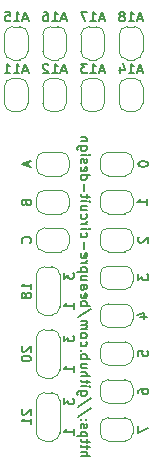
<source format=gbo>
%TF.GenerationSoftware,KiCad,Pcbnew,(6.0.1)*%
%TF.CreationDate,2022-02-10T14:07:36-05:00*%
%TF.ProjectId,23XX-Adapter,32335858-2d41-4646-9170-7465722e6b69,1*%
%TF.SameCoordinates,Original*%
%TF.FileFunction,Legend,Bot*%
%TF.FilePolarity,Positive*%
%FSLAX46Y46*%
G04 Gerber Fmt 4.6, Leading zero omitted, Abs format (unit mm)*
G04 Created by KiCad (PCBNEW (6.0.1)) date 2022-02-10 14:07:36*
%MOMM*%
%LPD*%
G01*
G04 APERTURE LIST*
G04 Aperture macros list*
%AMOutline5P*
0 Free polygon, 5 corners , with rotation*
0 The origin of the aperture is its center*
0 number of corners: always 5*
0 $1 to $10 corner X, Y*
0 $11 Rotation angle, in degrees counterclockwise*
0 create outline with 5 corners*
4,1,5,$1,$2,$3,$4,$5,$6,$7,$8,$9,$10,$1,$2,$11*%
%AMOutline6P*
0 Free polygon, 6 corners , with rotation*
0 The origin of the aperture is its center*
0 number of corners: always 6*
0 $1 to $12 corner X, Y*
0 $13 Rotation angle, in degrees counterclockwise*
0 create outline with 6 corners*
4,1,6,$1,$2,$3,$4,$5,$6,$7,$8,$9,$10,$11,$12,$1,$2,$13*%
%AMOutline7P*
0 Free polygon, 7 corners , with rotation*
0 The origin of the aperture is its center*
0 number of corners: always 7*
0 $1 to $14 corner X, Y*
0 $15 Rotation angle, in degrees counterclockwise*
0 create outline with 7 corners*
4,1,7,$1,$2,$3,$4,$5,$6,$7,$8,$9,$10,$11,$12,$13,$14,$1,$2,$15*%
%AMOutline8P*
0 Free polygon, 8 corners , with rotation*
0 The origin of the aperture is its center*
0 number of corners: always 8*
0 $1 to $16 corner X, Y*
0 $17 Rotation angle, in degrees counterclockwise*
0 create outline with 8 corners*
4,1,8,$1,$2,$3,$4,$5,$6,$7,$8,$9,$10,$11,$12,$13,$14,$15,$16,$1,$2,$17*%
%AMFreePoly0*
4,1,22,0.500000,-0.750000,0.000000,-0.750000,0.000000,-0.745033,-0.079941,-0.743568,-0.215256,-0.701293,-0.333266,-0.622738,-0.424486,-0.514219,-0.481581,-0.384460,-0.499164,-0.250000,-0.500000,-0.250000,-0.500000,0.250000,-0.499164,0.250000,-0.499963,0.256109,-0.478152,0.396186,-0.417904,0.524511,-0.324060,0.630769,-0.204165,0.706417,-0.067858,0.745374,0.000000,0.744959,0.000000,0.750000,
0.500000,0.750000,0.500000,-0.750000,0.500000,-0.750000,$1*%
%AMFreePoly1*
4,1,20,0.000000,0.744959,0.073905,0.744508,0.209726,0.703889,0.328688,0.626782,0.421226,0.519385,0.479903,0.390333,0.500000,0.250000,0.500000,-0.250000,0.499851,-0.262216,0.476331,-0.402017,0.414519,-0.529596,0.319384,-0.634700,0.198574,-0.708877,0.061801,-0.746166,0.000000,-0.745033,0.000000,-0.750000,-0.500000,-0.750000,-0.500000,0.750000,0.000000,0.750000,0.000000,0.744959,
0.000000,0.744959,$1*%
%AMFreePoly2*
4,1,22,0.550000,-0.750000,0.000000,-0.750000,0.000000,-0.745033,-0.079941,-0.743568,-0.215256,-0.701293,-0.333266,-0.622738,-0.424486,-0.514219,-0.481581,-0.384460,-0.499164,-0.250000,-0.500000,-0.250000,-0.500000,0.250000,-0.499164,0.250000,-0.499963,0.256109,-0.478152,0.396186,-0.417904,0.524511,-0.324060,0.630769,-0.204165,0.706417,-0.067858,0.745374,0.000000,0.744959,0.000000,0.750000,
0.550000,0.750000,0.550000,-0.750000,0.550000,-0.750000,$1*%
%AMFreePoly3*
4,1,20,0.000000,0.744959,0.073905,0.744508,0.209726,0.703889,0.328688,0.626782,0.421226,0.519385,0.479903,0.390333,0.500000,0.250000,0.500000,-0.250000,0.499851,-0.262216,0.476331,-0.402017,0.414519,-0.529596,0.319384,-0.634700,0.198574,-0.708877,0.061801,-0.746166,0.000000,-0.745033,0.000000,-0.750000,-0.550000,-0.750000,-0.550000,0.750000,0.000000,0.750000,0.000000,0.744959,
0.000000,0.744959,$1*%
G04 Aperture macros list end*
%ADD10C,0.152400*%
%ADD11C,0.120000*%
%ADD12R,1.600000X1.600000*%
%ADD13C,1.600000*%
%ADD14Outline8P,-0.800000X0.480000X-0.480000X0.800000X0.480000X0.800000X0.800000X0.480000X0.800000X-0.480000X0.480000X-0.800000X-0.480000X-0.800000X-0.800000X-0.480000X0.000000*%
%ADD15O,1.600000X1.600000*%
%ADD16FreePoly0,180.000000*%
%ADD17FreePoly1,180.000000*%
%ADD18FreePoly2,90.000000*%
%ADD19R,1.500000X1.000000*%
%ADD20FreePoly3,90.000000*%
%ADD21FreePoly0,270.000000*%
%ADD22FreePoly1,270.000000*%
%ADD23FreePoly0,90.000000*%
%ADD24FreePoly1,90.000000*%
G04 APERTURE END LIST*
D10*
X153154895Y-110739067D02*
X153154895Y-111280934D01*
X153967695Y-110932591D01*
X143641942Y-91833200D02*
X143680647Y-91949314D01*
X143719352Y-91988019D01*
X143796761Y-92026723D01*
X143912876Y-92026723D01*
X143990285Y-91988019D01*
X144028990Y-91949314D01*
X144067695Y-91871904D01*
X144067695Y-91562266D01*
X143254895Y-91562266D01*
X143254895Y-91833200D01*
X143293600Y-91910609D01*
X143332304Y-91949314D01*
X143409714Y-91988019D01*
X143487123Y-91988019D01*
X143564533Y-91949314D01*
X143603238Y-91910609D01*
X143641942Y-91833200D01*
X143641942Y-91562266D01*
X143767619Y-80635466D02*
X143380571Y-80635466D01*
X143845028Y-80867695D02*
X143574095Y-80054895D01*
X143303161Y-80867695D01*
X142606476Y-80867695D02*
X143070933Y-80867695D01*
X142838704Y-80867695D02*
X142838704Y-80054895D01*
X142916114Y-80171009D01*
X142993523Y-80248419D01*
X143070933Y-80287123D01*
X141832380Y-80867695D02*
X142296838Y-80867695D01*
X142064609Y-80867695D02*
X142064609Y-80054895D01*
X142142019Y-80171009D01*
X142219428Y-80248419D01*
X142296838Y-80287123D01*
X153154895Y-104783524D02*
X153154895Y-104396477D01*
X153541942Y-104357772D01*
X153503238Y-104396477D01*
X153464533Y-104473886D01*
X153464533Y-104667410D01*
X153503238Y-104744820D01*
X153541942Y-104783524D01*
X153619352Y-104822229D01*
X153812876Y-104822229D01*
X153890285Y-104783524D01*
X153928990Y-104744820D01*
X153967695Y-104667410D01*
X153967695Y-104473886D01*
X153928990Y-104396477D01*
X153890285Y-104357772D01*
X153867695Y-91982229D02*
X153867695Y-91517772D01*
X153867695Y-91750001D02*
X153054895Y-91750001D01*
X153171009Y-91672591D01*
X153248419Y-91595181D01*
X153287123Y-91517772D01*
X153232304Y-94727772D02*
X153193600Y-94766477D01*
X153154895Y-94843886D01*
X153154895Y-95037410D01*
X153193600Y-95114820D01*
X153232304Y-95153524D01*
X153309714Y-95192229D01*
X153387123Y-95192229D01*
X153503238Y-95153524D01*
X153967695Y-94689067D01*
X153967695Y-95192229D01*
X148249804Y-113263609D02*
X149062604Y-113263609D01*
X148249804Y-112915266D02*
X148675557Y-112915266D01*
X148752966Y-112953971D01*
X148791671Y-113031380D01*
X148791671Y-113147495D01*
X148752966Y-113224904D01*
X148714261Y-113263609D01*
X148791671Y-112644333D02*
X148791671Y-112334695D01*
X149062604Y-112528219D02*
X148365919Y-112528219D01*
X148288509Y-112489514D01*
X148249804Y-112412104D01*
X148249804Y-112334695D01*
X148791671Y-112179876D02*
X148791671Y-111870238D01*
X149062604Y-112063761D02*
X148365919Y-112063761D01*
X148288509Y-112025057D01*
X148249804Y-111947647D01*
X148249804Y-111870238D01*
X148791671Y-111599304D02*
X147978871Y-111599304D01*
X148752966Y-111599304D02*
X148791671Y-111521895D01*
X148791671Y-111367076D01*
X148752966Y-111289666D01*
X148714261Y-111250961D01*
X148636852Y-111212257D01*
X148404623Y-111212257D01*
X148327214Y-111250961D01*
X148288509Y-111289666D01*
X148249804Y-111367076D01*
X148249804Y-111521895D01*
X148288509Y-111599304D01*
X148288509Y-110902619D02*
X148249804Y-110825209D01*
X148249804Y-110670390D01*
X148288509Y-110592980D01*
X148365919Y-110554276D01*
X148404623Y-110554276D01*
X148482033Y-110592980D01*
X148520738Y-110670390D01*
X148520738Y-110786504D01*
X148559442Y-110863914D01*
X148636852Y-110902619D01*
X148675557Y-110902619D01*
X148752966Y-110863914D01*
X148791671Y-110786504D01*
X148791671Y-110670390D01*
X148752966Y-110592980D01*
X148327214Y-110205933D02*
X148288509Y-110167228D01*
X148249804Y-110205933D01*
X148288509Y-110244638D01*
X148327214Y-110205933D01*
X148249804Y-110205933D01*
X148752966Y-110205933D02*
X148714261Y-110167228D01*
X148675557Y-110205933D01*
X148714261Y-110244638D01*
X148752966Y-110205933D01*
X148675557Y-110205933D01*
X149101309Y-109238314D02*
X148056280Y-109935000D01*
X149101309Y-108386809D02*
X148056280Y-109083495D01*
X148791671Y-107767533D02*
X148133690Y-107767533D01*
X148056280Y-107806238D01*
X148017576Y-107844942D01*
X147978871Y-107922352D01*
X147978871Y-108038466D01*
X148017576Y-108115876D01*
X148288509Y-107767533D02*
X148249804Y-107844942D01*
X148249804Y-107999761D01*
X148288509Y-108077171D01*
X148327214Y-108115876D01*
X148404623Y-108154580D01*
X148636852Y-108154580D01*
X148714261Y-108115876D01*
X148752966Y-108077171D01*
X148791671Y-107999761D01*
X148791671Y-107844942D01*
X148752966Y-107767533D01*
X148249804Y-107380485D02*
X148791671Y-107380485D01*
X149062604Y-107380485D02*
X149023900Y-107419190D01*
X148985195Y-107380485D01*
X149023900Y-107341780D01*
X149062604Y-107380485D01*
X148985195Y-107380485D01*
X148791671Y-107109552D02*
X148791671Y-106799914D01*
X149062604Y-106993438D02*
X148365919Y-106993438D01*
X148288509Y-106954733D01*
X148249804Y-106877323D01*
X148249804Y-106799914D01*
X148249804Y-106528980D02*
X149062604Y-106528980D01*
X148249804Y-106180638D02*
X148675557Y-106180638D01*
X148752966Y-106219342D01*
X148791671Y-106296752D01*
X148791671Y-106412866D01*
X148752966Y-106490276D01*
X148714261Y-106528980D01*
X148791671Y-105445247D02*
X148249804Y-105445247D01*
X148791671Y-105793590D02*
X148365919Y-105793590D01*
X148288509Y-105754885D01*
X148249804Y-105677476D01*
X148249804Y-105561361D01*
X148288509Y-105483952D01*
X148327214Y-105445247D01*
X148249804Y-105058200D02*
X149062604Y-105058200D01*
X148752966Y-105058200D02*
X148791671Y-104980790D01*
X148791671Y-104825971D01*
X148752966Y-104748561D01*
X148714261Y-104709857D01*
X148636852Y-104671152D01*
X148404623Y-104671152D01*
X148327214Y-104709857D01*
X148288509Y-104748561D01*
X148249804Y-104825971D01*
X148249804Y-104980790D01*
X148288509Y-105058200D01*
X148327214Y-104322809D02*
X148288509Y-104284104D01*
X148249804Y-104322809D01*
X148288509Y-104361514D01*
X148327214Y-104322809D01*
X148249804Y-104322809D01*
X148288509Y-103587419D02*
X148249804Y-103664828D01*
X148249804Y-103819647D01*
X148288509Y-103897057D01*
X148327214Y-103935761D01*
X148404623Y-103974466D01*
X148636852Y-103974466D01*
X148714261Y-103935761D01*
X148752966Y-103897057D01*
X148791671Y-103819647D01*
X148791671Y-103664828D01*
X148752966Y-103587419D01*
X148249804Y-103122961D02*
X148288509Y-103200371D01*
X148327214Y-103239076D01*
X148404623Y-103277780D01*
X148636852Y-103277780D01*
X148714261Y-103239076D01*
X148752966Y-103200371D01*
X148791671Y-103122961D01*
X148791671Y-103006847D01*
X148752966Y-102929438D01*
X148714261Y-102890733D01*
X148636852Y-102852028D01*
X148404623Y-102852028D01*
X148327214Y-102890733D01*
X148288509Y-102929438D01*
X148249804Y-103006847D01*
X148249804Y-103122961D01*
X148249804Y-102503685D02*
X148791671Y-102503685D01*
X148714261Y-102503685D02*
X148752966Y-102464980D01*
X148791671Y-102387571D01*
X148791671Y-102271457D01*
X148752966Y-102194047D01*
X148675557Y-102155342D01*
X148249804Y-102155342D01*
X148675557Y-102155342D02*
X148752966Y-102116638D01*
X148791671Y-102039228D01*
X148791671Y-101923114D01*
X148752966Y-101845704D01*
X148675557Y-101807000D01*
X148249804Y-101807000D01*
X149101309Y-100839380D02*
X148056280Y-101536066D01*
X148249804Y-100568447D02*
X149062604Y-100568447D01*
X148752966Y-100568447D02*
X148791671Y-100491038D01*
X148791671Y-100336219D01*
X148752966Y-100258809D01*
X148714261Y-100220104D01*
X148636852Y-100181400D01*
X148404623Y-100181400D01*
X148327214Y-100220104D01*
X148288509Y-100258809D01*
X148249804Y-100336219D01*
X148249804Y-100491038D01*
X148288509Y-100568447D01*
X148288509Y-99523419D02*
X148249804Y-99600828D01*
X148249804Y-99755647D01*
X148288509Y-99833057D01*
X148365919Y-99871761D01*
X148675557Y-99871761D01*
X148752966Y-99833057D01*
X148791671Y-99755647D01*
X148791671Y-99600828D01*
X148752966Y-99523419D01*
X148675557Y-99484714D01*
X148598147Y-99484714D01*
X148520738Y-99871761D01*
X148249804Y-98788028D02*
X148675557Y-98788028D01*
X148752966Y-98826733D01*
X148791671Y-98904142D01*
X148791671Y-99058961D01*
X148752966Y-99136371D01*
X148288509Y-98788028D02*
X148249804Y-98865438D01*
X148249804Y-99058961D01*
X148288509Y-99136371D01*
X148365919Y-99175076D01*
X148443328Y-99175076D01*
X148520738Y-99136371D01*
X148559442Y-99058961D01*
X148559442Y-98865438D01*
X148598147Y-98788028D01*
X148791671Y-98052638D02*
X148249804Y-98052638D01*
X148791671Y-98400980D02*
X148365919Y-98400980D01*
X148288509Y-98362276D01*
X148249804Y-98284866D01*
X148249804Y-98168752D01*
X148288509Y-98091342D01*
X148327214Y-98052638D01*
X148791671Y-97665590D02*
X147978871Y-97665590D01*
X148752966Y-97665590D02*
X148791671Y-97588180D01*
X148791671Y-97433361D01*
X148752966Y-97355952D01*
X148714261Y-97317247D01*
X148636852Y-97278542D01*
X148404623Y-97278542D01*
X148327214Y-97317247D01*
X148288509Y-97355952D01*
X148249804Y-97433361D01*
X148249804Y-97588180D01*
X148288509Y-97665590D01*
X148249804Y-96930200D02*
X148791671Y-96930200D01*
X148636852Y-96930200D02*
X148714261Y-96891495D01*
X148752966Y-96852790D01*
X148791671Y-96775380D01*
X148791671Y-96697971D01*
X148288509Y-96117400D02*
X148249804Y-96194809D01*
X148249804Y-96349628D01*
X148288509Y-96427038D01*
X148365919Y-96465742D01*
X148675557Y-96465742D01*
X148752966Y-96427038D01*
X148791671Y-96349628D01*
X148791671Y-96194809D01*
X148752966Y-96117400D01*
X148675557Y-96078695D01*
X148598147Y-96078695D01*
X148520738Y-96465742D01*
X148559442Y-95730352D02*
X148559442Y-95111076D01*
X148288509Y-94375685D02*
X148249804Y-94453095D01*
X148249804Y-94607914D01*
X148288509Y-94685323D01*
X148327214Y-94724028D01*
X148404623Y-94762733D01*
X148636852Y-94762733D01*
X148714261Y-94724028D01*
X148752966Y-94685323D01*
X148791671Y-94607914D01*
X148791671Y-94453095D01*
X148752966Y-94375685D01*
X148249804Y-94027342D02*
X148791671Y-94027342D01*
X149062604Y-94027342D02*
X149023900Y-94066047D01*
X148985195Y-94027342D01*
X149023900Y-93988638D01*
X149062604Y-94027342D01*
X148985195Y-94027342D01*
X148249804Y-93640295D02*
X148791671Y-93640295D01*
X148636852Y-93640295D02*
X148714261Y-93601590D01*
X148752966Y-93562885D01*
X148791671Y-93485476D01*
X148791671Y-93408066D01*
X148288509Y-92788790D02*
X148249804Y-92866200D01*
X148249804Y-93021019D01*
X148288509Y-93098428D01*
X148327214Y-93137133D01*
X148404623Y-93175838D01*
X148636852Y-93175838D01*
X148714261Y-93137133D01*
X148752966Y-93098428D01*
X148791671Y-93021019D01*
X148791671Y-92866200D01*
X148752966Y-92788790D01*
X148791671Y-92092104D02*
X148249804Y-92092104D01*
X148791671Y-92440447D02*
X148365919Y-92440447D01*
X148288509Y-92401742D01*
X148249804Y-92324333D01*
X148249804Y-92208219D01*
X148288509Y-92130809D01*
X148327214Y-92092104D01*
X148249804Y-91705057D02*
X148791671Y-91705057D01*
X149062604Y-91705057D02*
X149023900Y-91743761D01*
X148985195Y-91705057D01*
X149023900Y-91666352D01*
X149062604Y-91705057D01*
X148985195Y-91705057D01*
X148791671Y-91434123D02*
X148791671Y-91124485D01*
X149062604Y-91318009D02*
X148365919Y-91318009D01*
X148288509Y-91279304D01*
X148249804Y-91201895D01*
X148249804Y-91124485D01*
X148559442Y-90853552D02*
X148559442Y-90234276D01*
X148249804Y-89498885D02*
X149062604Y-89498885D01*
X148288509Y-89498885D02*
X148249804Y-89576295D01*
X148249804Y-89731114D01*
X148288509Y-89808523D01*
X148327214Y-89847228D01*
X148404623Y-89885933D01*
X148636852Y-89885933D01*
X148714261Y-89847228D01*
X148752966Y-89808523D01*
X148791671Y-89731114D01*
X148791671Y-89576295D01*
X148752966Y-89498885D01*
X148288509Y-88802200D02*
X148249804Y-88879609D01*
X148249804Y-89034428D01*
X148288509Y-89111838D01*
X148365919Y-89150542D01*
X148675557Y-89150542D01*
X148752966Y-89111838D01*
X148791671Y-89034428D01*
X148791671Y-88879609D01*
X148752966Y-88802200D01*
X148675557Y-88763495D01*
X148598147Y-88763495D01*
X148520738Y-89150542D01*
X148288509Y-88453857D02*
X148249804Y-88376447D01*
X148249804Y-88221628D01*
X148288509Y-88144219D01*
X148365919Y-88105514D01*
X148404623Y-88105514D01*
X148482033Y-88144219D01*
X148520738Y-88221628D01*
X148520738Y-88337742D01*
X148559442Y-88415152D01*
X148636852Y-88453857D01*
X148675557Y-88453857D01*
X148752966Y-88415152D01*
X148791671Y-88337742D01*
X148791671Y-88221628D01*
X148752966Y-88144219D01*
X148249804Y-87757171D02*
X148791671Y-87757171D01*
X149062604Y-87757171D02*
X149023900Y-87795876D01*
X148985195Y-87757171D01*
X149023900Y-87718466D01*
X149062604Y-87757171D01*
X148985195Y-87757171D01*
X148791671Y-87021780D02*
X148133690Y-87021780D01*
X148056280Y-87060485D01*
X148017576Y-87099190D01*
X147978871Y-87176600D01*
X147978871Y-87292714D01*
X148017576Y-87370123D01*
X148288509Y-87021780D02*
X148249804Y-87099190D01*
X148249804Y-87254009D01*
X148288509Y-87331419D01*
X148327214Y-87370123D01*
X148404623Y-87408828D01*
X148636852Y-87408828D01*
X148714261Y-87370123D01*
X148752966Y-87331419D01*
X148791671Y-87254009D01*
X148791671Y-87099190D01*
X148752966Y-87021780D01*
X148791671Y-86634733D02*
X148249804Y-86634733D01*
X148714261Y-86634733D02*
X148752966Y-86596028D01*
X148791671Y-86518619D01*
X148791671Y-86402504D01*
X148752966Y-86325095D01*
X148675557Y-86286390D01*
X148249804Y-86286390D01*
X153481619Y-80635466D02*
X153094571Y-80635466D01*
X153559028Y-80867695D02*
X153288095Y-80054895D01*
X153017161Y-80867695D01*
X152320476Y-80867695D02*
X152784933Y-80867695D01*
X152552704Y-80867695D02*
X152552704Y-80054895D01*
X152630114Y-80171009D01*
X152707523Y-80248419D01*
X152784933Y-80287123D01*
X151623790Y-80325828D02*
X151623790Y-80867695D01*
X151817314Y-80016190D02*
X152010838Y-80596761D01*
X151507676Y-80596761D01*
X143990285Y-95211580D02*
X144028990Y-95172876D01*
X144067695Y-95056761D01*
X144067695Y-94979352D01*
X144028990Y-94863238D01*
X143951580Y-94785828D01*
X143874171Y-94747123D01*
X143719352Y-94708419D01*
X143603238Y-94708419D01*
X143448419Y-94747123D01*
X143371009Y-94785828D01*
X143293600Y-94863238D01*
X143254895Y-94979352D01*
X143254895Y-95056761D01*
X143293600Y-95172876D01*
X143332304Y-95211580D01*
X143332304Y-103994147D02*
X143293600Y-104032852D01*
X143254895Y-104110262D01*
X143254895Y-104303785D01*
X143293600Y-104381195D01*
X143332304Y-104419900D01*
X143409714Y-104458604D01*
X143487123Y-104458604D01*
X143603238Y-104419900D01*
X144067695Y-103955443D01*
X144067695Y-104458604D01*
X143254895Y-104961766D02*
X143254895Y-105039176D01*
X143293600Y-105116585D01*
X143332304Y-105155290D01*
X143409714Y-105193995D01*
X143564533Y-105232700D01*
X143758057Y-105232700D01*
X143912876Y-105193995D01*
X143990285Y-105155290D01*
X144028990Y-105116585D01*
X144067695Y-105039176D01*
X144067695Y-104961766D01*
X144028990Y-104884357D01*
X143990285Y-104845652D01*
X143912876Y-104806947D01*
X143758057Y-104768243D01*
X143564533Y-104768243D01*
X143409714Y-104806947D01*
X143332304Y-104845652D01*
X143293600Y-104884357D01*
X143254895Y-104961766D01*
X143767619Y-76235466D02*
X143380571Y-76235466D01*
X143845028Y-76467695D02*
X143574095Y-75654895D01*
X143303161Y-76467695D01*
X142606476Y-76467695D02*
X143070933Y-76467695D01*
X142838704Y-76467695D02*
X142838704Y-75654895D01*
X142916114Y-75771009D01*
X142993523Y-75848419D01*
X143070933Y-75887123D01*
X141871085Y-75654895D02*
X142258133Y-75654895D01*
X142296838Y-76041942D01*
X142258133Y-76003238D01*
X142180723Y-75964533D01*
X141987200Y-75964533D01*
X141909790Y-76003238D01*
X141871085Y-76041942D01*
X141832380Y-76119352D01*
X141832380Y-76312876D01*
X141871085Y-76390285D01*
X141909790Y-76428990D01*
X141987200Y-76467695D01*
X142180723Y-76467695D01*
X142258133Y-76428990D01*
X142296838Y-76390285D01*
X153154895Y-107954820D02*
X153154895Y-107800001D01*
X153193600Y-107722591D01*
X153232304Y-107683886D01*
X153348419Y-107606477D01*
X153503238Y-107567772D01*
X153812876Y-107567772D01*
X153890285Y-107606477D01*
X153928990Y-107645181D01*
X153967695Y-107722591D01*
X153967695Y-107877410D01*
X153928990Y-107954820D01*
X153890285Y-107993524D01*
X153812876Y-108032229D01*
X153619352Y-108032229D01*
X153541942Y-107993524D01*
X153503238Y-107954820D01*
X153464533Y-107877410D01*
X153464533Y-107722591D01*
X153503238Y-107645181D01*
X153541942Y-107606477D01*
X153619352Y-107567772D01*
X153325828Y-101534820D02*
X153867695Y-101534820D01*
X153016190Y-101341296D02*
X153596761Y-101147772D01*
X153596761Y-101650934D01*
X147005619Y-80635466D02*
X146618571Y-80635466D01*
X147083028Y-80867695D02*
X146812095Y-80054895D01*
X146541161Y-80867695D01*
X145844476Y-80867695D02*
X146308933Y-80867695D01*
X146076704Y-80867695D02*
X146076704Y-80054895D01*
X146154114Y-80171009D01*
X146231523Y-80248419D01*
X146308933Y-80287123D01*
X145534838Y-80132304D02*
X145496133Y-80093600D01*
X145418723Y-80054895D01*
X145225200Y-80054895D01*
X145147790Y-80093600D01*
X145109085Y-80132304D01*
X145070380Y-80209714D01*
X145070380Y-80287123D01*
X145109085Y-80403238D01*
X145573542Y-80867695D01*
X145070380Y-80867695D01*
X144067695Y-99129177D02*
X144067695Y-98664720D01*
X144067695Y-98896949D02*
X143254895Y-98896949D01*
X143371009Y-98819539D01*
X143448419Y-98742130D01*
X143487123Y-98664720D01*
X143603238Y-99593635D02*
X143564533Y-99516225D01*
X143525828Y-99477520D01*
X143448419Y-99438816D01*
X143409714Y-99438816D01*
X143332304Y-99477520D01*
X143293600Y-99516225D01*
X143254895Y-99593635D01*
X143254895Y-99748454D01*
X143293600Y-99825863D01*
X143332304Y-99864568D01*
X143409714Y-99903273D01*
X143448419Y-99903273D01*
X143525828Y-99864568D01*
X143564533Y-99825863D01*
X143603238Y-99748454D01*
X143603238Y-99593635D01*
X143641942Y-99516225D01*
X143680647Y-99477520D01*
X143758057Y-99438816D01*
X143912876Y-99438816D01*
X143990285Y-99477520D01*
X144028990Y-99516225D01*
X144067695Y-99593635D01*
X144067695Y-99748454D01*
X144028990Y-99825863D01*
X143990285Y-99864568D01*
X143912876Y-99903273D01*
X143758057Y-99903273D01*
X143680647Y-99864568D01*
X143641942Y-99825863D01*
X143603238Y-99748454D01*
X150243619Y-80635466D02*
X149856571Y-80635466D01*
X150321028Y-80867695D02*
X150050095Y-80054895D01*
X149779161Y-80867695D01*
X149082476Y-80867695D02*
X149546933Y-80867695D01*
X149314704Y-80867695D02*
X149314704Y-80054895D01*
X149392114Y-80171009D01*
X149469523Y-80248419D01*
X149546933Y-80287123D01*
X148811542Y-80054895D02*
X148308380Y-80054895D01*
X148579314Y-80364533D01*
X148463200Y-80364533D01*
X148385790Y-80403238D01*
X148347085Y-80441942D01*
X148308380Y-80519352D01*
X148308380Y-80712876D01*
X148347085Y-80790285D01*
X148385790Y-80828990D01*
X148463200Y-80867695D01*
X148695428Y-80867695D01*
X148772838Y-80828990D01*
X148811542Y-80790285D01*
X147005619Y-76235466D02*
X146618571Y-76235466D01*
X147083028Y-76467695D02*
X146812095Y-75654895D01*
X146541161Y-76467695D01*
X145844476Y-76467695D02*
X146308933Y-76467695D01*
X146076704Y-76467695D02*
X146076704Y-75654895D01*
X146154114Y-75771009D01*
X146231523Y-75848419D01*
X146308933Y-75887123D01*
X145147790Y-75654895D02*
X145302609Y-75654895D01*
X145380019Y-75693600D01*
X145418723Y-75732304D01*
X145496133Y-75848419D01*
X145534838Y-76003238D01*
X145534838Y-76312876D01*
X145496133Y-76390285D01*
X145457428Y-76428990D01*
X145380019Y-76467695D01*
X145225200Y-76467695D01*
X145147790Y-76428990D01*
X145109085Y-76390285D01*
X145070380Y-76312876D01*
X145070380Y-76119352D01*
X145109085Y-76041942D01*
X145147790Y-76003238D01*
X145225200Y-75964533D01*
X145380019Y-75964533D01*
X145457428Y-76003238D01*
X145496133Y-76041942D01*
X145534838Y-76119352D01*
X153481619Y-76235466D02*
X153094571Y-76235466D01*
X153559028Y-76467695D02*
X153288095Y-75654895D01*
X153017161Y-76467695D01*
X152320476Y-76467695D02*
X152784933Y-76467695D01*
X152552704Y-76467695D02*
X152552704Y-75654895D01*
X152630114Y-75771009D01*
X152707523Y-75848419D01*
X152784933Y-75887123D01*
X151856019Y-76003238D02*
X151933428Y-75964533D01*
X151972133Y-75925828D01*
X152010838Y-75848419D01*
X152010838Y-75809714D01*
X151972133Y-75732304D01*
X151933428Y-75693600D01*
X151856019Y-75654895D01*
X151701200Y-75654895D01*
X151623790Y-75693600D01*
X151585085Y-75732304D01*
X151546380Y-75809714D01*
X151546380Y-75848419D01*
X151585085Y-75925828D01*
X151623790Y-75964533D01*
X151701200Y-76003238D01*
X151856019Y-76003238D01*
X151933428Y-76041942D01*
X151972133Y-76080647D01*
X152010838Y-76158057D01*
X152010838Y-76312876D01*
X151972133Y-76390285D01*
X151933428Y-76428990D01*
X151856019Y-76467695D01*
X151701200Y-76467695D01*
X151623790Y-76428990D01*
X151585085Y-76390285D01*
X151546380Y-76312876D01*
X151546380Y-76158057D01*
X151585085Y-76080647D01*
X151623790Y-76041942D01*
X151701200Y-76003238D01*
X143835466Y-88346476D02*
X143835466Y-88733523D01*
X144067695Y-88269066D02*
X143254895Y-88540000D01*
X144067695Y-88810933D01*
X143332304Y-109323575D02*
X143293600Y-109362280D01*
X143254895Y-109439690D01*
X143254895Y-109633213D01*
X143293600Y-109710623D01*
X143332304Y-109749328D01*
X143409714Y-109788032D01*
X143487123Y-109788032D01*
X143603238Y-109749328D01*
X144067695Y-109284871D01*
X144067695Y-109788032D01*
X144067695Y-110562128D02*
X144067695Y-110097671D01*
X144067695Y-110329899D02*
X143254895Y-110329899D01*
X143371009Y-110252490D01*
X143448419Y-110175080D01*
X143487123Y-110097671D01*
X150243619Y-76235466D02*
X149856571Y-76235466D01*
X150321028Y-76467695D02*
X150050095Y-75654895D01*
X149779161Y-76467695D01*
X149082476Y-76467695D02*
X149546933Y-76467695D01*
X149314704Y-76467695D02*
X149314704Y-75654895D01*
X149392114Y-75771009D01*
X149469523Y-75848419D01*
X149546933Y-75887123D01*
X148811542Y-75654895D02*
X148269676Y-75654895D01*
X148618019Y-76467695D01*
X153154895Y-88501296D02*
X153154895Y-88578705D01*
X153193600Y-88656115D01*
X153232304Y-88694820D01*
X153309714Y-88733524D01*
X153464533Y-88772229D01*
X153658057Y-88772229D01*
X153812876Y-88733524D01*
X153890285Y-88694820D01*
X153928990Y-88656115D01*
X153967695Y-88578705D01*
X153967695Y-88501296D01*
X153928990Y-88423886D01*
X153890285Y-88385181D01*
X153812876Y-88346477D01*
X153658057Y-88307772D01*
X153464533Y-88307772D01*
X153309714Y-88346477D01*
X153232304Y-88385181D01*
X153193600Y-88423886D01*
X153154895Y-88501296D01*
X153154895Y-97899067D02*
X153154895Y-98402229D01*
X153464533Y-98131296D01*
X153464533Y-98247410D01*
X153503238Y-98324820D01*
X153541942Y-98363524D01*
X153619352Y-98402229D01*
X153812876Y-98402229D01*
X153890285Y-98363524D01*
X153928990Y-98324820D01*
X153967695Y-98247410D01*
X153967695Y-98015181D01*
X153928990Y-97937772D01*
X153890285Y-97899067D01*
X146854895Y-108396917D02*
X146854895Y-108900079D01*
X147164533Y-108629146D01*
X147164533Y-108745260D01*
X147203238Y-108822670D01*
X147241942Y-108861374D01*
X147319352Y-108900079D01*
X147512876Y-108900079D01*
X147590285Y-108861374D01*
X147628990Y-108822670D01*
X147667695Y-108745260D01*
X147667695Y-108513031D01*
X147628990Y-108435622D01*
X147590285Y-108396917D01*
X147667695Y-111450079D02*
X147667695Y-110985622D01*
X147667695Y-111217851D02*
X146854895Y-111217851D01*
X146971009Y-111140441D01*
X147048419Y-111063031D01*
X147087123Y-110985622D01*
X146854895Y-103067489D02*
X146854895Y-103570651D01*
X147164533Y-103299718D01*
X147164533Y-103415832D01*
X147203238Y-103493242D01*
X147241942Y-103531946D01*
X147319352Y-103570651D01*
X147512876Y-103570651D01*
X147590285Y-103531946D01*
X147628990Y-103493242D01*
X147667695Y-103415832D01*
X147667695Y-103183603D01*
X147628990Y-103106194D01*
X147590285Y-103067489D01*
X147667695Y-106120651D02*
X147667695Y-105656194D01*
X147667695Y-105888423D02*
X146854895Y-105888423D01*
X146971009Y-105811013D01*
X147048419Y-105733603D01*
X147087123Y-105656194D01*
X146854895Y-97738062D02*
X146854895Y-98241224D01*
X147164533Y-97970291D01*
X147164533Y-98086405D01*
X147203238Y-98163815D01*
X147241942Y-98202519D01*
X147319352Y-98241224D01*
X147512876Y-98241224D01*
X147590285Y-98202519D01*
X147628990Y-98163815D01*
X147667695Y-98086405D01*
X147667695Y-97854176D01*
X147628990Y-97776767D01*
X147590285Y-97738062D01*
X147667695Y-100791224D02*
X147667695Y-100326767D01*
X147667695Y-100558996D02*
X146854895Y-100558996D01*
X146971009Y-100481586D01*
X147048419Y-100404176D01*
X147087123Y-100326767D01*
D11*
X152000000Y-106800000D02*
X150600000Y-106800000D01*
X152700000Y-108100000D02*
X152700000Y-107500000D01*
X149900000Y-107500000D02*
X149900000Y-108100000D01*
X150600000Y-108800000D02*
X152000000Y-108800000D01*
X152700000Y-107500000D02*
G75*
G03*
X152000000Y-106800000I-699999J1D01*
G01*
X150600000Y-106800000D02*
G75*
G03*
X149900000Y-107500000I-1J-699999D01*
G01*
X152000000Y-108800000D02*
G75*
G03*
X152700000Y-108100000I1J699999D01*
G01*
X149900000Y-108100000D02*
G75*
G03*
X150600000Y-108800000I699999J-1D01*
G01*
X152000000Y-93960000D02*
X150600000Y-93960000D01*
X150600000Y-95960000D02*
X152000000Y-95960000D01*
X152700000Y-95260000D02*
X152700000Y-94660000D01*
X149900000Y-94660000D02*
X149900000Y-95260000D01*
X150600000Y-93960000D02*
G75*
G03*
X149900000Y-94660000I-1J-699999D01*
G01*
X149900000Y-95260000D02*
G75*
G03*
X150600000Y-95960000I699999J-1D01*
G01*
X152000000Y-95960000D02*
G75*
G03*
X152700000Y-95260000I1J699999D01*
G01*
X152700000Y-94660000D02*
G75*
G03*
X152000000Y-93960000I-699999J1D01*
G01*
X152000000Y-103590000D02*
X150600000Y-103590000D01*
X149900000Y-104290000D02*
X149900000Y-104890000D01*
X150600000Y-105590000D02*
X152000000Y-105590000D01*
X152700000Y-104890000D02*
X152700000Y-104290000D01*
X149900000Y-104890000D02*
G75*
G03*
X150600000Y-105590000I699999J-1D01*
G01*
X152000000Y-105590000D02*
G75*
G03*
X152700000Y-104890000I1J699999D01*
G01*
X150600000Y-103590000D02*
G75*
G03*
X149900000Y-104290000I-1J-699999D01*
G01*
X152700000Y-104290000D02*
G75*
G03*
X152000000Y-103590000I-699999J1D01*
G01*
X146500000Y-111342852D02*
X146500000Y-108542852D01*
X145800000Y-107892852D02*
X145200000Y-107892852D01*
X145200000Y-111992852D02*
X145800000Y-111992852D01*
X144500000Y-108542852D02*
X144500000Y-111342852D01*
X145800000Y-111992852D02*
G75*
G03*
X146500000Y-111292852I1J699999D01*
G01*
X146500000Y-108592852D02*
G75*
G03*
X145800000Y-107892852I-699999J1D01*
G01*
X145200000Y-107892852D02*
G75*
G03*
X144500000Y-108592852I-1J-699999D01*
G01*
X144500000Y-111292852D02*
G75*
G03*
X145200000Y-111992852I699999J-1D01*
G01*
X146338000Y-76905000D02*
X145738000Y-76905000D01*
X145038000Y-77605000D02*
X145038000Y-79005000D01*
X145738000Y-79705000D02*
X146338000Y-79705000D01*
X147038000Y-79005000D02*
X147038000Y-77605000D01*
X145038000Y-79005000D02*
G75*
G03*
X145738000Y-79705000I699999J-1D01*
G01*
X146338000Y-79705000D02*
G75*
G03*
X147038000Y-79005000I1J699999D01*
G01*
X145738000Y-76905000D02*
G75*
G03*
X145038000Y-77605000I-1J-699999D01*
G01*
X147038000Y-77605000D02*
G75*
G03*
X146338000Y-76905000I-699999J1D01*
G01*
X145800000Y-102563424D02*
X145200000Y-102563424D01*
X146500000Y-106013424D02*
X146500000Y-103213424D01*
X144500000Y-103213424D02*
X144500000Y-106013424D01*
X145200000Y-106663424D02*
X145800000Y-106663424D01*
X145800000Y-106663424D02*
G75*
G03*
X146500000Y-105963424I1J699999D01*
G01*
X144500000Y-105963424D02*
G75*
G03*
X145200000Y-106663424I699999J-1D01*
G01*
X146500000Y-103263424D02*
G75*
G03*
X145800000Y-102563424I-699999J1D01*
G01*
X145200000Y-102563424D02*
G75*
G03*
X144500000Y-103263424I-1J-699999D01*
G01*
X152700000Y-88840000D02*
X152700000Y-88240000D01*
X152000000Y-87540000D02*
X150600000Y-87540000D01*
X149900000Y-88240000D02*
X149900000Y-88840000D01*
X150600000Y-89540000D02*
X152000000Y-89540000D01*
X150600000Y-87540000D02*
G75*
G03*
X149900000Y-88240000I-1J-699999D01*
G01*
X149900000Y-88840000D02*
G75*
G03*
X150600000Y-89540000I699999J-1D01*
G01*
X152700000Y-88240000D02*
G75*
G03*
X152000000Y-87540000I-699999J1D01*
G01*
X152000000Y-89540000D02*
G75*
G03*
X152700000Y-88840000I1J699999D01*
G01*
X152700000Y-101680000D02*
X152700000Y-101080000D01*
X152000000Y-100380000D02*
X150600000Y-100380000D01*
X149900000Y-101080000D02*
X149900000Y-101680000D01*
X150600000Y-102380000D02*
X152000000Y-102380000D01*
X150600000Y-100380000D02*
G75*
G03*
X149900000Y-101080000I-1J-699999D01*
G01*
X152700000Y-101080000D02*
G75*
G03*
X152000000Y-100380000I-699999J1D01*
G01*
X152000000Y-102380000D02*
G75*
G03*
X152700000Y-101680000I1J699999D01*
G01*
X149900000Y-101680000D02*
G75*
G03*
X150600000Y-102380000I699999J-1D01*
G01*
X144500000Y-97883997D02*
X144500000Y-100683997D01*
X145200000Y-101333997D02*
X145800000Y-101333997D01*
X146500000Y-100683997D02*
X146500000Y-97883997D01*
X145800000Y-97233997D02*
X145200000Y-97233997D01*
X145800000Y-101333997D02*
G75*
G03*
X146500000Y-100633997I1J699999D01*
G01*
X144500000Y-100633997D02*
G75*
G03*
X145200000Y-101333997I699999J-1D01*
G01*
X145200000Y-97233997D02*
G75*
G03*
X144500000Y-97933997I-1J-699999D01*
G01*
X146500000Y-97933997D02*
G75*
G03*
X145800000Y-97233997I-699999J1D01*
G01*
X149900000Y-91450000D02*
X149900000Y-92050000D01*
X150600000Y-92750000D02*
X152000000Y-92750000D01*
X152000000Y-90750000D02*
X150600000Y-90750000D01*
X152700000Y-92050000D02*
X152700000Y-91450000D01*
X149900000Y-92050000D02*
G75*
G03*
X150600000Y-92750000I699999J-1D01*
G01*
X152700000Y-91450000D02*
G75*
G03*
X152000000Y-90750000I-699999J1D01*
G01*
X150600000Y-90750000D02*
G75*
G03*
X149900000Y-91450000I-1J-699999D01*
G01*
X152000000Y-92750000D02*
G75*
G03*
X152700000Y-92050000I1J699999D01*
G01*
X152814000Y-81300000D02*
X152214000Y-81300000D01*
X152214000Y-84100000D02*
X152814000Y-84100000D01*
X151514000Y-82000000D02*
X151514000Y-83400000D01*
X153514000Y-83400000D02*
X153514000Y-82000000D01*
X153514000Y-82000000D02*
G75*
G03*
X152814000Y-81300000I-699999J1D01*
G01*
X152814000Y-84100000D02*
G75*
G03*
X153514000Y-83400000I1J699999D01*
G01*
X151514000Y-83400000D02*
G75*
G03*
X152214000Y-84100000I699999J-1D01*
G01*
X152214000Y-81300000D02*
G75*
G03*
X151514000Y-82000000I-1J-699999D01*
G01*
X145200000Y-89540000D02*
X146600000Y-89540000D01*
X147300000Y-88840000D02*
X147300000Y-88240000D01*
X146600000Y-87540000D02*
X145200000Y-87540000D01*
X144500000Y-88240000D02*
X144500000Y-88840000D01*
X147300000Y-88240000D02*
G75*
G03*
X146600000Y-87540000I-699999J1D01*
G01*
X144500000Y-88840000D02*
G75*
G03*
X145200000Y-89540000I699999J-1D01*
G01*
X145200000Y-87540000D02*
G75*
G03*
X144500000Y-88240000I-1J-699999D01*
G01*
X146600000Y-89540000D02*
G75*
G03*
X147300000Y-88840000I1J699999D01*
G01*
X146600000Y-90775143D02*
X145200000Y-90775143D01*
X144500000Y-91475143D02*
X144500000Y-92075143D01*
X147300000Y-92075143D02*
X147300000Y-91475143D01*
X145200000Y-92775143D02*
X146600000Y-92775143D01*
X145200000Y-90775143D02*
G75*
G03*
X144500000Y-91475143I-1J-699999D01*
G01*
X147300000Y-91475143D02*
G75*
G03*
X146600000Y-90775143I-699999J1D01*
G01*
X146600000Y-92775143D02*
G75*
G03*
X147300000Y-92075143I1J699999D01*
G01*
X144500000Y-92075143D02*
G75*
G03*
X145200000Y-92775143I699999J-1D01*
G01*
X152000000Y-97170000D02*
X150600000Y-97170000D01*
X150600000Y-99170000D02*
X152000000Y-99170000D01*
X152700000Y-98470000D02*
X152700000Y-97870000D01*
X149900000Y-97870000D02*
X149900000Y-98470000D01*
X150600000Y-97170000D02*
G75*
G03*
X149900000Y-97870000I-1J-699999D01*
G01*
X149900000Y-98470000D02*
G75*
G03*
X150600000Y-99170000I699999J-1D01*
G01*
X152700000Y-97870000D02*
G75*
G03*
X152000000Y-97170000I-699999J1D01*
G01*
X152000000Y-99170000D02*
G75*
G03*
X152700000Y-98470000I1J699999D01*
G01*
X146600000Y-93960000D02*
X145200000Y-93960000D01*
X144500000Y-94660000D02*
X144500000Y-95260000D01*
X145200000Y-95960000D02*
X146600000Y-95960000D01*
X147300000Y-95260000D02*
X147300000Y-94660000D01*
X147300000Y-94660000D02*
G75*
G03*
X146600000Y-93960000I-699999J1D01*
G01*
X144500000Y-95260000D02*
G75*
G03*
X145200000Y-95960000I699999J-1D01*
G01*
X145200000Y-93960000D02*
G75*
G03*
X144500000Y-94660000I-1J-699999D01*
G01*
X146600000Y-95960000D02*
G75*
G03*
X147300000Y-95260000I1J699999D01*
G01*
X152214000Y-79705000D02*
X152814000Y-79705000D01*
X152814000Y-76905000D02*
X152214000Y-76905000D01*
X153514000Y-79005000D02*
X153514000Y-77605000D01*
X151514000Y-77605000D02*
X151514000Y-79005000D01*
X151514000Y-79005000D02*
G75*
G03*
X152214000Y-79705000I699999J-1D01*
G01*
X152214000Y-76905000D02*
G75*
G03*
X151514000Y-77605000I-1J-699999D01*
G01*
X153514000Y-77605000D02*
G75*
G03*
X152814000Y-76905000I-699999J1D01*
G01*
X152814000Y-79705000D02*
G75*
G03*
X153514000Y-79005000I1J699999D01*
G01*
X142500000Y-84100000D02*
X143100000Y-84100000D01*
X143100000Y-81300000D02*
X142500000Y-81300000D01*
X143800000Y-83400000D02*
X143800000Y-82000000D01*
X141800000Y-82000000D02*
X141800000Y-83400000D01*
X142500000Y-81300000D02*
G75*
G03*
X141800000Y-82000000I-1J-699999D01*
G01*
X143800000Y-82000000D02*
G75*
G03*
X143100000Y-81300000I-699999J1D01*
G01*
X141800000Y-83400000D02*
G75*
G03*
X142500000Y-84100000I699999J-1D01*
G01*
X143100000Y-84100000D02*
G75*
G03*
X143800000Y-83400000I1J699999D01*
G01*
X147038000Y-83400000D02*
X147038000Y-82000000D01*
X145738000Y-84100000D02*
X146338000Y-84100000D01*
X145038000Y-82000000D02*
X145038000Y-83400000D01*
X146338000Y-81300000D02*
X145738000Y-81300000D01*
X145038000Y-83400000D02*
G75*
G03*
X145738000Y-84100000I699999J-1D01*
G01*
X147038000Y-82000000D02*
G75*
G03*
X146338000Y-81300000I-699999J1D01*
G01*
X145738000Y-81300000D02*
G75*
G03*
X145038000Y-82000000I-1J-699999D01*
G01*
X146338000Y-84100000D02*
G75*
G03*
X147038000Y-83400000I1J699999D01*
G01*
X152000000Y-110010000D02*
X150600000Y-110010000D01*
X149900000Y-110710000D02*
X149900000Y-111310000D01*
X152700000Y-111310000D02*
X152700000Y-110710000D01*
X150600000Y-112010000D02*
X152000000Y-112010000D01*
X150600000Y-110010000D02*
G75*
G03*
X149900000Y-110710000I-1J-699999D01*
G01*
X149900000Y-111310000D02*
G75*
G03*
X150600000Y-112010000I699999J-1D01*
G01*
X152700000Y-110710000D02*
G75*
G03*
X152000000Y-110010000I-699999J1D01*
G01*
X152000000Y-112010000D02*
G75*
G03*
X152700000Y-111310000I1J699999D01*
G01*
X143800000Y-79005000D02*
X143800000Y-77605000D01*
X143100000Y-76905000D02*
X142500000Y-76905000D01*
X141800000Y-77605000D02*
X141800000Y-79005000D01*
X142500000Y-79705000D02*
X143100000Y-79705000D01*
X143100000Y-79705000D02*
G75*
G03*
X143800000Y-79005000I1J699999D01*
G01*
X142500000Y-76905000D02*
G75*
G03*
X141800000Y-77605000I-1J-699999D01*
G01*
X143800000Y-77605000D02*
G75*
G03*
X143100000Y-76905000I-699999J1D01*
G01*
X141800000Y-79005000D02*
G75*
G03*
X142500000Y-79705000I699999J-1D01*
G01*
X150276000Y-83400000D02*
X150276000Y-82000000D01*
X149576000Y-81300000D02*
X148976000Y-81300000D01*
X148976000Y-84100000D02*
X149576000Y-84100000D01*
X148276000Y-82000000D02*
X148276000Y-83400000D01*
X149576000Y-84100000D02*
G75*
G03*
X150276000Y-83400000I1J699999D01*
G01*
X148976000Y-81300000D02*
G75*
G03*
X148276000Y-82000000I-1J-699999D01*
G01*
X150276000Y-82000000D02*
G75*
G03*
X149576000Y-81300000I-699999J1D01*
G01*
X148276000Y-83400000D02*
G75*
G03*
X148976000Y-84100000I699999J-1D01*
G01*
X148976000Y-79705000D02*
X149576000Y-79705000D01*
X150276000Y-79005000D02*
X150276000Y-77605000D01*
X149576000Y-76905000D02*
X148976000Y-76905000D01*
X148276000Y-77605000D02*
X148276000Y-79005000D01*
X149576000Y-79705000D02*
G75*
G03*
X150276000Y-79005000I1J699999D01*
G01*
X148976000Y-76905000D02*
G75*
G03*
X148276000Y-77605000I-1J-699999D01*
G01*
X150276000Y-77605000D02*
G75*
G03*
X149576000Y-76905000I-699999J1D01*
G01*
X148276000Y-79005000D02*
G75*
G03*
X148976000Y-79705000I699999J-1D01*
G01*
%LPC*%
D12*
X140045000Y-74375000D03*
D13*
X140045000Y-76915000D03*
D14*
X140045000Y-79455000D03*
D13*
X140045000Y-81995000D03*
X140045000Y-84535000D03*
X140045000Y-87075000D03*
X140045000Y-89615000D03*
X140045000Y-92155000D03*
X140045000Y-94695000D03*
X140045000Y-97235000D03*
X140045000Y-99775000D03*
X140045000Y-102315000D03*
X140045000Y-104855000D03*
X140045000Y-107395000D03*
X140045000Y-109935000D03*
X140045000Y-112475000D03*
D15*
X155285000Y-112475000D03*
X155285000Y-109935000D03*
X155285000Y-107395000D03*
X155285000Y-104855000D03*
X155285000Y-102315000D03*
X155285000Y-99775000D03*
X155285000Y-97235000D03*
X155285000Y-94695000D03*
X155285000Y-92155000D03*
X155285000Y-89615000D03*
X155285000Y-87075000D03*
X155285000Y-84535000D03*
X155285000Y-81995000D03*
X155285000Y-79455000D03*
X155285000Y-76915000D03*
X155285000Y-74375000D03*
D14*
X141950000Y-85805000D03*
D13*
X141950000Y-88345000D03*
X141950000Y-90885000D03*
X141950000Y-93425000D03*
X141950000Y-95965000D03*
X141950000Y-98505000D03*
X141950000Y-101045000D03*
X141950000Y-103585000D03*
X141950000Y-106125000D03*
X141950000Y-108665000D03*
X141950000Y-111205000D03*
X141950000Y-113745000D03*
D15*
X157190000Y-113745000D03*
X157190000Y-111205000D03*
X157190000Y-108665000D03*
X157190000Y-106125000D03*
X157190000Y-103585000D03*
X157190000Y-101045000D03*
X157190000Y-98505000D03*
X157190000Y-95965000D03*
X157190000Y-93425000D03*
X157190000Y-90885000D03*
X157190000Y-88345000D03*
X157190000Y-85805000D03*
D16*
X151950000Y-107800000D03*
D17*
X150650000Y-107800000D03*
D16*
X151950000Y-94960000D03*
D17*
X150650000Y-94960000D03*
D16*
X151950000Y-104590000D03*
D17*
X150650000Y-104590000D03*
D18*
X145500000Y-111242852D03*
D19*
X145500000Y-109942852D03*
D20*
X145500000Y-108642852D03*
D21*
X146038000Y-77655000D03*
D22*
X146038000Y-78955000D03*
D18*
X145500000Y-105913424D03*
D19*
X145500000Y-104613424D03*
D20*
X145500000Y-103313424D03*
D16*
X151950000Y-88540000D03*
D17*
X150650000Y-88540000D03*
D16*
X151950000Y-101380000D03*
D17*
X150650000Y-101380000D03*
D18*
X145500000Y-100583997D03*
D19*
X145500000Y-99283997D03*
D20*
X145500000Y-97983997D03*
D16*
X151950000Y-91750000D03*
D17*
X150650000Y-91750000D03*
D21*
X152514000Y-82050000D03*
D22*
X152514000Y-83350000D03*
D16*
X146550000Y-88540000D03*
D17*
X145250000Y-88540000D03*
D16*
X146550000Y-91775143D03*
D17*
X145250000Y-91775143D03*
D16*
X151950000Y-98170000D03*
D17*
X150650000Y-98170000D03*
D16*
X146550000Y-94960000D03*
D17*
X145250000Y-94960000D03*
D21*
X152514000Y-77655000D03*
D22*
X152514000Y-78955000D03*
D23*
X142800000Y-83350000D03*
D24*
X142800000Y-82050000D03*
D23*
X146038000Y-83350000D03*
D24*
X146038000Y-82050000D03*
D16*
X151950000Y-111010000D03*
D17*
X150650000Y-111010000D03*
D21*
X142800000Y-77655000D03*
D22*
X142800000Y-78955000D03*
D23*
X149276000Y-83350000D03*
D24*
X149276000Y-82050000D03*
D21*
X149276000Y-77655000D03*
D22*
X149276000Y-78955000D03*
M02*

</source>
